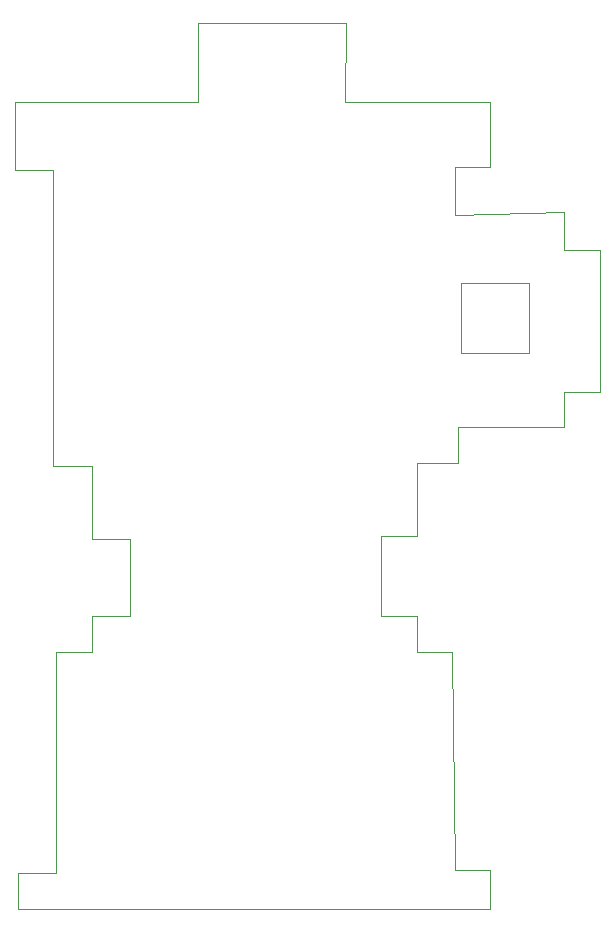
<source format=gbr>
%TF.GenerationSoftware,KiCad,Pcbnew,9.0.1*%
%TF.CreationDate,2025-04-08T16:36:56+08:00*%
%TF.ProjectId,Project2,50726f6a-6563-4743-922e-6b696361645f,rev?*%
%TF.SameCoordinates,Original*%
%TF.FileFunction,Profile,NP*%
%FSLAX46Y46*%
G04 Gerber Fmt 4.6, Leading zero omitted, Abs format (unit mm)*
G04 Created by KiCad (PCBNEW 9.0.1) date 2025-04-08 16:36:56*
%MOMM*%
%LPD*%
G01*
G04 APERTURE LIST*
%TA.AperFunction,Profile*%
%ADD10C,0.050000*%
%TD*%
G04 APERTURE END LIST*
D10*
X40479999Y-19000017D02*
X52750000Y-18989796D01*
X52750000Y-24500000D01*
X49750000Y-24500000D01*
X49750000Y-28515058D01*
X59000000Y-28236486D01*
X59000000Y-31500000D01*
X62000000Y-31500000D01*
X62000000Y-43500000D01*
X59000000Y-43500000D01*
X59000000Y-46500000D01*
X50000000Y-46500000D01*
X50000000Y-49500000D01*
X46500000Y-49500000D01*
X46500000Y-55750000D01*
X43500000Y-55750000D01*
X43500000Y-62500000D01*
X46500000Y-62500000D01*
X46500000Y-65500000D01*
X49506757Y-65500000D01*
X49756194Y-83958367D01*
X52750000Y-83994042D01*
X52750000Y-87250000D01*
X12750000Y-87250000D01*
X12750000Y-84250000D01*
X16000000Y-84250000D01*
X16000000Y-65500000D01*
X19000000Y-65500000D01*
X19000000Y-62500000D01*
X22250000Y-62500000D01*
X22250000Y-56000000D01*
X19000000Y-56000000D01*
X19000000Y-49750000D01*
X15750000Y-49750000D01*
X15750000Y-24750000D01*
X12500000Y-24750000D01*
X12500000Y-19000000D01*
X28000000Y-19000000D01*
X28000000Y-12250000D01*
X40500000Y-12250000D01*
X40479999Y-19000017D01*
X56000000Y-40250000D02*
X50250000Y-40250000D01*
X50250000Y-34250000D01*
X56000000Y-34250000D01*
X56000000Y-40250000D01*
M02*

</source>
